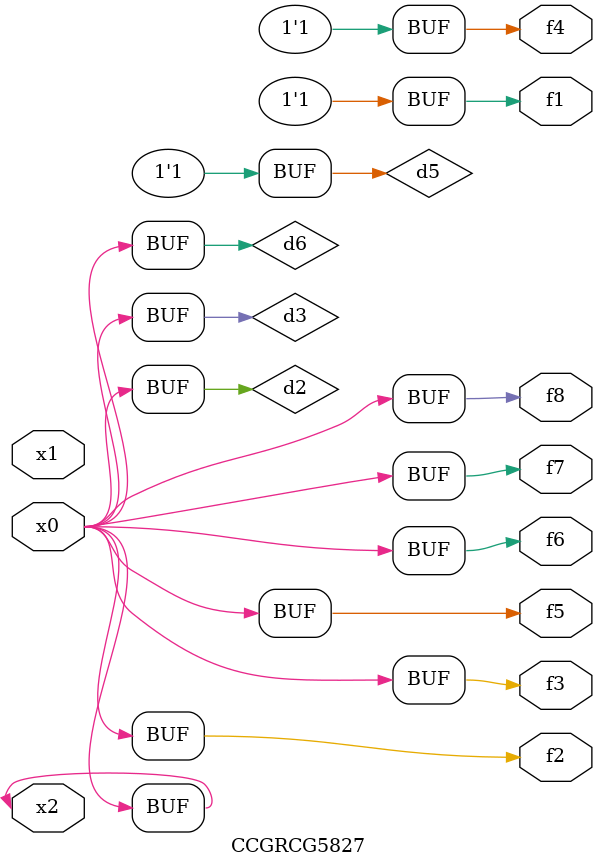
<source format=v>
module CCGRCG5827(
	input x0, x1, x2,
	output f1, f2, f3, f4, f5, f6, f7, f8
);

	wire d1, d2, d3, d4, d5, d6;

	xnor (d1, x2);
	buf (d2, x0, x2);
	and (d3, x0);
	xnor (d4, x1, x2);
	nand (d5, d1, d3);
	buf (d6, d2, d3);
	assign f1 = d5;
	assign f2 = d6;
	assign f3 = d6;
	assign f4 = d5;
	assign f5 = d6;
	assign f6 = d6;
	assign f7 = d6;
	assign f8 = d6;
endmodule

</source>
